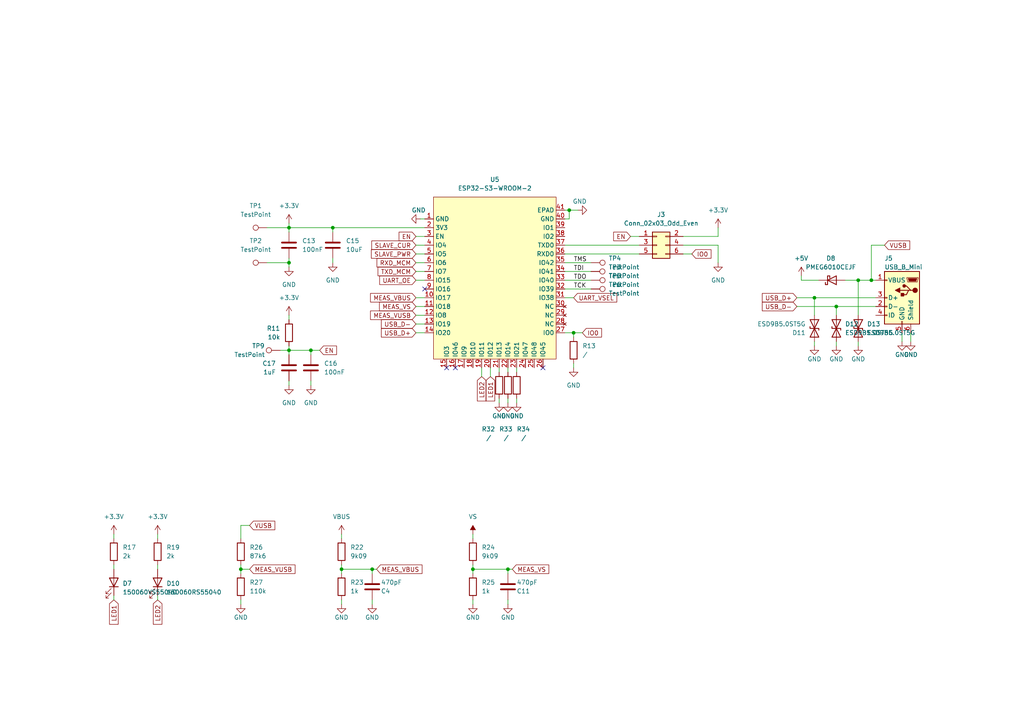
<source format=kicad_sch>
(kicad_sch (version 20250114) (generator "eeschema") (generator_version "9.0")
  (paper "A4")
  (lib_symbols
    (symbol "Connector:TestPoint" (pin_numbers (hide yes)) (pin_names (offset 0.762) (hide yes))
      (property "Reference" "TP" (at 0 6.858 0))
      (property "Value" "TestPoint" (at 0 5.08 0))
      (symbol "TestPoint_0_1"
        (circle (center 0 3.302) (radius 0.762))
      )
      (symbol "TestPoint_1_1"
        (pin passive line (at 0 0 90) (length 2.54) (name "1") (number "1"))
      )
    )
    (symbol "Connector:USB_B_Mini" (pin_names (offset 1.016))
      (property "Reference" "J" (at -5.08 11.43 0))
      (property "Value" "USB_B_Mini" (at -5.08 8.89 0))
      (symbol "USB_B_Mini_0_1"
        (rectangle (start -5.08 -7.62) (end 5.08 7.62) (stroke (width 0.254)) (fill (type background)))
        (polyline (pts (xy -4.699 5.842) (xy -4.699 5.588) (xy -4.445 4.826) (xy -4.445 4.572) (xy -1.651 4.572) (xy -1.651 4.826) (xy -1.397 5.588) (xy -1.397 5.842) (xy -4.699 5.842)))
        (polyline (pts (xy -4.318 5.588) (xy -1.778 5.588) (xy -2.032 4.826) (xy -4.064 4.826) (xy -4.318 5.588)) (fill (type outline)))
        (circle (center -3.81 2.159) (radius 0.635) (stroke (width 0.254)) (fill (type outline)))
        (polyline (pts (xy -3.175 2.159) (xy -2.54 2.159) (xy -1.27 3.429) (xy -0.635 3.429)) (stroke (width 0.254)))
        (polyline (pts (xy -2.54 2.159) (xy -1.905 2.159) (xy -1.27 0.889) (xy 0 0.889)) (stroke (width 0.254)))
        (polyline (pts (xy -1.905 2.159) (xy 0.635 2.159)) (stroke (width 0.254)))
        (circle (center -0.635 3.429) (radius 0.381) (stroke (width 0.254)) (fill (type outline)))
        (rectangle (start -0.127 -7.62) (end 0.127 -6.858))
        (rectangle (start 0.254 1.27) (end -0.508 0.508) (stroke (width 0.254)) (fill (type outline)))
        (polyline (pts (xy 0.635 2.794) (xy 0.635 1.524) (xy 1.905 2.159) (xy 0.635 2.794)) (stroke (width 0.254)) (fill (type outline)))
        (rectangle (start 5.08 4.953) (end 4.318 5.207))
        (rectangle (start 5.08 -0.127) (end 4.318 0.127))
        (rectangle (start 5.08 -2.667) (end 4.318 -2.413))
        (rectangle (start 5.08 -5.207) (end 4.318 -4.953))
      )
      (symbol "USB_B_Mini_1_1"
        (pin passive line (at -2.54 -10.16 90) (length 2.54) (name "Shield") (number "6"))
        (pin power_out line (at 0 -10.16 90) (length 2.54) (name "GND") (number "5"))
        (pin power_out line (at 7.62 5.08 180) (length 2.54) (name "VBUS") (number "1"))
        (pin bidirectional line (at 7.62 0 180) (length 2.54) (name "D+") (number "3"))
        (pin bidirectional line (at 7.62 -2.54 180) (length 2.54) (name "D-") (number "2"))
        (pin passive line (at 7.62 -5.08 180) (length 2.54) (name "ID") (number "4"))
      )
    )
    (symbol "Connector_Generic:Conn_02x03_Odd_Even" (pin_names (offset 1.016) (hide yes))
      (property "Reference" "J" (at 1.27 5.08 0))
      (property "Value" "Conn_02x03_Odd_Even" (at 1.27 -5.08 0))
      (symbol "Conn_02x03_Odd_Even_1_1"
        (rectangle (start -1.27 3.81) (end 3.81 -3.81) (stroke (width 0.254)) (fill (type background)))
        (rectangle (start -1.27 2.667) (end 0 2.413) (stroke (width 0.1524)))
        (rectangle (start -1.27 0.127) (end 0 -0.127) (stroke (width 0.1524)))
        (rectangle (start -1.27 -2.413) (end 0 -2.667) (stroke (width 0.1524)))
        (rectangle (start 3.81 2.667) (end 2.54 2.413) (stroke (width 0.1524)))
        (rectangle (start 3.81 0.127) (end 2.54 -0.127) (stroke (width 0.1524)))
        (rectangle (start 3.81 -2.413) (end 2.54 -2.667) (stroke (width 0.1524)))
        (pin passive line (at -5.08 2.54 0) (length 3.81) (name "Pin_1") (number "1"))
        (pin passive line (at -5.08 0 0) (length 3.81) (name "Pin_3") (number "3"))
        (pin passive line (at -5.08 -2.54 0) (length 3.81) (name "Pin_5") (number "5"))
        (pin passive line (at 7.62 2.54 180) (length 3.81) (name "Pin_2") (number "2"))
        (pin passive line (at 7.62 0 180) (length 3.81) (name "Pin_4") (number "4"))
        (pin passive line (at 7.62 -2.54 180) (length 3.81) (name "Pin_6") (number "6"))
      )
    )
    (symbol "Device:C" (pin_numbers (hide yes)) (pin_names (offset 0.254))
      (property "Reference" "C" (at 0.635 2.54 0))
      (property "Value" "C" (at 0.635 -2.54 0))
      (symbol "C_0_1"
        (polyline (pts (xy -2.032 0.762) (xy 2.032 0.762)) (stroke (width 0.508)))
        (polyline (pts (xy -2.032 -0.762) (xy 2.032 -0.762)) (stroke (width 0.508)))
      )
      (symbol "C_1_1"
        (pin passive line (at 0 3.81 270) (length 2.794) (name "~") (number "1"))
        (pin passive line (at 0 -3.81 90) (length 2.794) (name "~") (number "2"))
      )
    )
    (symbol "Device:D_Schottky" (pin_numbers (hide yes)) (pin_names (offset 1.016) (hide yes))
      (property "Reference" "D" (at 0 2.54 0))
      (property "Value" "D_Schottky" (at 0 -2.54 0))
      (symbol "D_Schottky_0_1"
        (polyline (pts (xy -1.905 0.635) (xy -1.905 1.27) (xy -1.27 1.27) (xy -1.27 -1.27) (xy -0.635 -1.27) (xy -0.635 -0.635)) (stroke (width 0.254)))
        (polyline (pts (xy 1.27 1.27) (xy 1.27 -1.27) (xy -1.27 0) (xy 1.27 1.27)) (stroke (width 0.254)))
        (polyline (pts (xy 1.27 0) (xy -1.27 0)))
      )
      (symbol "D_Schottky_1_1"
        (pin passive line (at -3.81 0 0) (length 2.54) (name "K") (number "1"))
        (pin passive line (at 3.81 0 180) (length 2.54) (name "A") (number "2"))
      )
    )
    (symbol "Device:D_TVS" (pin_numbers (hide yes)) (pin_names (offset 1.016) (hide yes))
      (property "Reference" "D" (at 0 2.54 0))
      (property "Value" "D_TVS" (at 0 -2.54 0))
      (symbol "D_TVS_0_1"
        (polyline (pts (xy -2.54 1.27) (xy -2.54 -1.27) (xy 2.54 1.27) (xy 2.54 -1.27) (xy -2.54 1.27)) (stroke (width 0.254)))
        (polyline (pts (xy 0.508 1.27) (xy 0 1.27) (xy 0 -1.27) (xy -0.508 -1.27)) (stroke (width 0.254)))
        (polyline (pts (xy 1.27 0) (xy -1.27 0)))
      )
      (symbol "D_TVS_1_1"
        (pin passive line (at -3.81 0 0) (length 2.54) (name "A1") (number "1"))
        (pin passive line (at 3.81 0 180) (length 2.54) (name "A2") (number "2"))
      )
    )
    (symbol "Device:LED" (pin_numbers (hide yes)) (pin_names (offset 1.016) (hide yes))
      (property "Reference" "D" (at 0 2.54 0))
      (property "Value" "LED" (at 0 -2.54 0))
      (symbol "LED_0_1"
        (polyline (pts (xy -3.048 -0.762) (xy -4.572 -2.286) (xy -3.81 -2.286) (xy -4.572 -2.286) (xy -4.572 -1.524)))
        (polyline (pts (xy -1.778 -0.762) (xy -3.302 -2.286) (xy -2.54 -2.286) (xy -3.302 -2.286) (xy -3.302 -1.524)))
        (polyline (pts (xy -1.27 0) (xy 1.27 0)))
        (polyline (pts (xy -1.27 -1.27) (xy -1.27 1.27)) (stroke (width 0.254)))
        (polyline (pts (xy 1.27 -1.27) (xy 1.27 1.27) (xy -1.27 0) (xy 1.27 -1.27)) (stroke (width 0.254)))
      )
      (symbol "LED_1_1"
        (pin passive line (at -3.81 0 0) (length 2.54) (name "K") (number "1"))
        (pin passive line (at 3.81 0 180) (length 2.54) (name "A") (number "2"))
      )
    )
    (symbol "Device:R" (pin_numbers (hide yes)) (pin_names (offset 0))
      (property "Reference" "R" (at 2.032 0 90))
      (property "Value" "R" (at 0 0 90))
      (symbol "R_0_1"
        (rectangle (start -1.016 -2.54) (end 1.016 2.54) (stroke (width 0.254)))
      )
      (symbol "R_1_1"
        (pin passive line (at 0 3.81 270) (length 1.27) (name "~") (number "1"))
        (pin passive line (at 0 -3.81 90) (length 1.27) (name "~") (number "2"))
      )
    )
    (symbol "Melexis:ESP32-S3-WROOM-2"
      (property "Reference" "U" (at -16.51 26.67 0))
      (property "Value" "ESP32-S3-WROOM-2" (at -6.35 24.13 0))
      (symbol "ESP32-S3-WROOM-2_0_1"
        (rectangle (start -17.78 22.86) (end 17.78 -24.13) (fill (type background)))
      )
      (symbol "ESP32-S3-WROOM-2_1_1"
        (pin power_in line (at -20.32 16.51 0) (length 2.54) (name "GND") (number "1"))
        (pin power_in line (at -20.32 13.97 0) (length 2.54) (name "3V3") (number "2"))
        (pin input line (at -20.32 11.43 0) (length 2.54) (name "EN") (number "3"))
        (pin bidirectional line (at -20.32 8.89 0) (length 2.54) (name "IO4") (number "4"))
        (pin bidirectional line (at -20.32 6.35 0) (length 2.54) (name "IO5") (number "5"))
        (pin bidirectional line (at -20.32 3.81 0) (length 2.54) (name "IO6") (number "6"))
        (pin bidirectional line (at -20.32 1.27 0) (length 2.54) (name "IO7") (number "7"))
        (pin bidirectional line (at -20.32 -1.27 0) (length 2.54) (name "IO15") (number "8"))
        (pin bidirectional line (at -20.32 -3.81 0) (length 2.54) (name "IO16") (number "9"))
        (pin bidirectional line (at -20.32 -6.35 0) (length 2.54) (name "IO17") (number "10"))
        (pin bidirectional line (at -20.32 -8.89 0) (length 2.54) (name "IO18") (number "11"))
        (pin bidirectional line (at -20.32 -11.43 0) (length 2.54) (name "IO8") (number "12"))
        (pin bidirectional line (at -20.32 -13.97 0) (length 2.54) (name "IO19") (number "13"))
        (pin bidirectional line (at -20.32 -16.51 0) (length 2.54) (name "IO20") (number "14"))
        (pin bidirectional line (at -13.97 -26.67 90) (length 2.54) (name "IO3") (number "15"))
        (pin bidirectional line (at -11.43 -26.67 90) (length 2.54) (name "IO46") (number "16"))
        (pin bidirectional line (at -8.89 -26.67 90) (length 2.54) (name "IO9") (number "17"))
        (pin bidirectional line (at -6.35 -26.67 90) (length 2.54) (name "IO10") (number "18"))
        (pin bidirectional line (at -3.81 -26.67 90) (length 2.54) (name "IO11") (number "19"))
        (pin bidirectional line (at -1.27 -26.67 90) (length 2.54) (name "IO12") (number "20"))
        (pin bidirectional line (at 1.27 -26.67 90) (length 2.54) (name "IO13") (number "21"))
        (pin bidirectional line (at 3.81 -26.67 90) (length 2.54) (name "IO14") (number "22"))
        (pin bidirectional line (at 6.35 -26.67 90) (length 2.54) (name "IO21") (number "23"))
        (pin bidirectional line (at 8.89 -26.67 90) (length 2.54) (name "IO47") (number "24"))
        (pin bidirectional line (at 11.43 -26.67 90) (length 2.54) (name "IO48") (number "25"))
        (pin bidirectional line (at 13.97 -26.67 90) (length 2.54) (name "IO45") (number "26"))
        (pin power_in line (at 20.32 19.05 180) (length 2.54) (name "EPAD") (number "41"))
        (pin power_in line (at 20.32 16.51 180) (length 2.54) (name "GND") (number "40"))
        (pin bidirectional line (at 20.32 13.97 180) (length 2.54) (name "IO1") (number "39"))
        (pin bidirectional line (at 20.32 11.43 180) (length 2.54) (name "IO2") (number "38"))
        (pin output line (at 20.32 8.89 180) (length 2.54) (name "TXD0") (number "37"))
        (pin input line (at 20.32 6.35 180) (length 2.54) (name "RXD0") (number "36"))
        (pin bidirectional line (at 20.32 3.81 180) (length 2.54) (name "IO42") (number "35"))
        (pin bidirectional line (at 20.32 1.27 180) (length 2.54) (name "IO41") (number "34"))
        (pin bidirectional line (at 20.32 -1.27 180) (length 2.54) (name "IO40") (number "33"))
        (pin bidirectional line (at 20.32 -3.81 180) (length 2.54) (name "IO39") (number "32"))
        (pin bidirectional line (at 20.32 -6.35 180) (length 2.54) (name "IO38") (number "31"))
        (pin no_connect line (at 20.32 -8.89 180) (length 2.54) (name "NC") (number "30"))
        (pin no_connect line (at 20.32 -11.43 180) (length 2.54) (name "NC") (number "29"))
        (pin no_connect line (at 20.32 -13.97 180) (length 2.54) (name "NC") (number "28"))
        (pin bidirectional line (at 20.32 -16.51 180) (length 2.54) (name "IO0") (number "27"))
      )
    )
    (symbol "power:+3.3V" (power) (pin_names (offset 0))
      (property "Value" "+3.3V" (at 0 3.556 0))
      (symbol "+3.3V_0_1"
        (polyline (pts (xy -0.762 1.27) (xy 0 2.54)))
        (polyline (pts (xy 0 2.54) (xy 0.762 1.27)))
        (polyline (pts (xy 0 0) (xy 0 2.54)))
      )
      (symbol "+3.3V_1_1"
        (pin power_in line (at 0 0 90) (length 0) (hide yes) (name "+3.3V") (number "1"))
      )
    )
    (symbol "power:+5V" (power) (pin_names (offset 0))
      (property "Value" "+5V" (at 0 3.556 0))
      (symbol "+5V_0_1"
        (polyline (pts (xy -0.762 1.27) (xy 0 2.54)))
        (polyline (pts (xy 0 2.54) (xy 0.762 1.27)))
        (polyline (pts (xy 0 0) (xy 0 2.54)))
      )
      (symbol "+5V_1_1"
        (pin power_in line (at 0 0 90) (length 0) (hide yes) (name "+5V") (number "1"))
      )
    )
    (symbol "power:GND" (power) (pin_names (offset 0))
      (property "Value" "GND" (at 0 -3.81 0))
      (symbol "GND_0_1"
        (polyline (pts (xy 0 0) (xy 0 -1.27) (xy 1.27 -1.27) (xy 0 -2.54) (xy -1.27 -1.27) (xy 0 -1.27)))
      )
      (symbol "GND_1_1"
        (pin power_in line (at 0 0 270) (length 0) (hide yes) (name "GND") (number "1"))
      )
    )
    (symbol "power:VBUS" (power) (pin_names (offset 0))
      (property "Value" "VBUS" (at 0 3.81 0))
      (symbol "VBUS_0_1"
        (polyline (pts (xy -0.762 1.27) (xy 0 2.54)))
        (polyline (pts (xy 0 2.54) (xy 0.762 1.27)))
        (polyline (pts (xy 0 0) (xy 0 2.54)))
      )
      (symbol "VBUS_1_1"
        (pin power_in line (at 0 0 90) (length 0) (hide yes) (name "VBUS") (number "1"))
      )
    )
    (symbol "power:VS" (power) (pin_names (offset 0))
      (property "Value" "VS" (at 0 3.81 0))
      (symbol "VS_0_1"
        (polyline (pts (xy 0 0) (xy 0 2.54)))
        (polyline (pts (xy 0.762 1.27) (xy -0.762 1.27) (xy 0 2.54) (xy 0.762 1.27)) (fill (type outline)))
      )
      (symbol "VS_1_1"
        (pin power_in line (at 0 0 90) (length 0) (hide yes) (name "VS") (number "1"))
      )
    )
  )
  (junction (at 165.1 60.96))
  (junction (at 69.85 165.1))
  (junction (at 83.82 101.6))
  (junction (at 166.37 96.52))
  (junction (at 147.32 165.1))
  (junction (at 99.06 165.1))
  (junction (at 242.57 88.9))
  (junction (at 90.17 101.6))
  (junction (at 137.16 165.1))
  (junction (at 83.82 76.2))
  (junction (at 96.52 66.04))
  (junction (at 236.22 86.36))
  (junction (at 252.73 81.28))
  (junction (at 83.82 66.04))
  (junction (at 248.92 81.28))
  (junction (at 107.95 165.1))
  (no_connect (at 157.48 106.68))
  (no_connect (at 132.08 106.68))
  (no_connect (at 123.19 83.82))
  (no_connect (at 129.54 106.68))
  (wire (pts (xy 99.06 165.1) (xy 107.95 165.1)))
  (wire (pts (xy 121.92 63.5) (xy 123.19 63.5)))
  (wire (pts (xy 120.65 93.98) (xy 123.19 93.98)))
  (wire (pts (xy 163.83 86.36) (xy 166.37 86.36)))
  (wire (pts (xy 149.86 106.68) (xy 149.86 107.95)))
  (wire (pts (xy 261.62 96.52) (xy 261.62 99.06)))
  (wire (pts (xy 77.47 66.04) (xy 83.82 66.04)))
  (wire (pts (xy 83.82 110.49) (xy 83.82 111.76)))
  (wire (pts (xy 147.32 173.99) (xy 147.32 175.26)))
  (wire (pts (xy 99.06 154.94) (xy 99.06 156.21)))
  (wire (pts (xy 208.28 71.12) (xy 208.28 76.2)))
  (wire (pts (xy 69.85 165.1) (xy 72.39 165.1)))
  (wire (pts (xy 252.73 71.12) (xy 252.73 81.28)))
  (wire (pts (xy 33.02 154.94) (xy 33.02 156.21)))
  (wire (pts (xy 120.65 78.74) (xy 123.19 78.74)))
  (wire (pts (xy 147.32 165.1) (xy 148.59 165.1)))
  (wire (pts (xy 236.22 86.36) (xy 254 86.36)))
  (wire (pts (xy 69.85 152.4) (xy 69.85 156.21)))
  (wire (pts (xy 163.83 73.66) (xy 185.42 73.66)))
  (wire (pts (xy 99.06 173.99) (xy 99.06 175.26)))
  (wire (pts (xy 33.02 172.72) (xy 33.02 173.99)))
  (wire (pts (xy 120.65 71.12) (xy 123.19 71.12)))
  (wire (pts (xy 163.83 81.28) (xy 171.45 81.28)))
  (wire (pts (xy 149.86 115.57) (xy 149.86 116.84)))
  (wire (pts (xy 83.82 74.93) (xy 83.82 76.2)))
  (wire (pts (xy 120.65 76.2) (xy 123.19 76.2)))
  (wire (pts (xy 120.65 73.66) (xy 123.19 73.66)))
  (wire (pts (xy 231.14 86.36) (xy 236.22 86.36)))
  (wire (pts (xy 144.78 106.68) (xy 144.78 107.95)))
  (wire (pts (xy 163.83 71.12) (xy 185.42 71.12)))
  (wire (pts (xy 77.47 76.2) (xy 83.82 76.2)))
  (wire (pts (xy 99.06 165.1) (xy 99.06 166.37)))
  (wire (pts (xy 120.65 91.44) (xy 123.19 91.44)))
  (wire (pts (xy 163.83 83.82) (xy 171.45 83.82)))
  (wire (pts (xy 120.65 81.28) (xy 123.19 81.28)))
  (wire (pts (xy 208.28 66.04) (xy 208.28 68.58)))
  (wire (pts (xy 165.1 63.5) (xy 165.1 60.96)))
  (wire (pts (xy 96.52 66.04) (xy 83.82 66.04)))
  (wire (pts (xy 137.16 154.94) (xy 137.16 156.21)))
  (wire (pts (xy 120.65 68.58) (xy 123.19 68.58)))
  (wire (pts (xy 120.65 96.52) (xy 123.19 96.52)))
  (wire (pts (xy 232.41 80.01) (xy 232.41 81.28)))
  (wire (pts (xy 236.22 99.06) (xy 236.22 100.33)))
  (wire (pts (xy 83.82 91.44) (xy 83.82 92.71)))
  (wire (pts (xy 147.32 115.57) (xy 147.32 116.84)))
  (wire (pts (xy 166.37 96.52) (xy 166.37 97.79)))
  (wire (pts (xy 163.83 63.5) (xy 165.1 63.5)))
  (wire (pts (xy 83.82 101.6) (xy 90.17 101.6)))
  (wire (pts (xy 69.85 165.1) (xy 69.85 166.37)))
  (wire (pts (xy 139.7 106.68) (xy 139.7 109.22)))
  (wire (pts (xy 45.72 163.83) (xy 45.72 165.1)))
  (wire (pts (xy 248.92 99.06) (xy 248.92 100.33)))
  (wire (pts (xy 163.83 60.96) (xy 165.1 60.96)))
  (wire (pts (xy 83.82 76.2) (xy 83.82 77.47)))
  (wire (pts (xy 248.92 81.28) (xy 252.73 81.28)))
  (wire (pts (xy 165.1 60.96) (xy 167.64 60.96)))
  (wire (pts (xy 99.06 163.83) (xy 99.06 165.1)))
  (wire (pts (xy 137.16 165.1) (xy 137.16 166.37)))
  (wire (pts (xy 96.52 74.93) (xy 96.52 76.2)))
  (wire (pts (xy 69.85 163.83) (xy 69.85 165.1)))
  (wire (pts (xy 92.71 101.6) (xy 90.17 101.6)))
  (wire (pts (xy 83.82 67.31) (xy 83.82 66.04)))
  (wire (pts (xy 45.72 154.94) (xy 45.72 156.21)))
  (wire (pts (xy 198.12 71.12) (xy 208.28 71.12)))
  (wire (pts (xy 142.24 106.68) (xy 142.24 109.22)))
  (wire (pts (xy 232.41 81.28) (xy 237.49 81.28)))
  (wire (pts (xy 107.95 165.1) (xy 109.22 165.1)))
  (wire (pts (xy 242.57 99.06) (xy 242.57 100.33)))
  (wire (pts (xy 182.88 68.58) (xy 185.42 68.58)))
  (wire (pts (xy 254 81.28) (xy 252.73 81.28)))
  (wire (pts (xy 72.39 152.4) (xy 69.85 152.4)))
  (wire (pts (xy 90.17 101.6) (xy 90.17 102.87)))
  (wire (pts (xy 166.37 105.41) (xy 166.37 106.68)))
  (wire (pts (xy 137.16 173.99) (xy 137.16 175.26)))
  (wire (pts (xy 208.28 68.58) (xy 198.12 68.58)))
  (wire (pts (xy 198.12 73.66) (xy 200.66 73.66)))
  (wire (pts (xy 256.54 71.12) (xy 252.73 71.12)))
  (wire (pts (xy 107.95 173.99) (xy 107.95 175.26)))
  (wire (pts (xy 231.14 88.9) (xy 242.57 88.9)))
  (wire (pts (xy 107.95 165.1) (xy 107.95 166.37)))
  (wire (pts (xy 90.17 110.49) (xy 90.17 111.76)))
  (wire (pts (xy 96.52 67.31) (xy 96.52 66.04)))
  (wire (pts (xy 245.11 81.28) (xy 248.92 81.28)))
  (wire (pts (xy 236.22 86.36) (xy 236.22 91.44)))
  (wire (pts (xy 69.85 173.99) (xy 69.85 175.26)))
  (wire (pts (xy 163.83 76.2) (xy 171.45 76.2)))
  (wire (pts (xy 147.32 106.68) (xy 147.32 107.95)))
  (wire (pts (xy 83.82 100.33) (xy 83.82 101.6)))
  (wire (pts (xy 120.65 88.9) (xy 123.19 88.9)))
  (wire (pts (xy 81.28 101.6) (xy 83.82 101.6)))
  (wire (pts (xy 163.83 78.74) (xy 171.4205 78.74)))
  (wire (pts (xy 242.57 88.9) (xy 242.57 91.44)))
  (wire (pts (xy 144.78 115.57) (xy 144.78 116.84)))
  (wire (pts (xy 163.83 96.52) (xy 166.37 96.52)))
  (wire (pts (xy 147.32 165.1) (xy 147.32 166.37)))
  (wire (pts (xy 137.16 163.83) (xy 137.16 165.1)))
  (wire (pts (xy 242.57 88.9) (xy 254 88.9)))
  (wire (pts (xy 166.37 96.52) (xy 168.91 96.52)))
  (wire (pts (xy 96.52 66.04) (xy 123.19 66.04)))
  (wire (pts (xy 137.16 165.1) (xy 147.32 165.1)))
  (wire (pts (xy 264.16 96.52) (xy 264.16 99.06)))
  (wire (pts (xy 83.82 64.77) (xy 83.82 66.04)))
  (wire (pts (xy 45.72 172.72) (xy 45.72 173.99)))
  (wire (pts (xy 120.65 86.36) (xy 123.19 86.36)))
  (wire (pts (xy 83.82 101.6) (xy 83.82 102.87)))
  (wire (pts (xy 33.02 163.83) (xy 33.02 165.1)))
  (wire (pts (xy 248.92 81.28) (xy 248.92 91.44)))
  (label "TCK" (at 166.37 83.82 0))
  (label "TDI" (at 166.37 78.74 0))
  (label "TDO" (at 166.37 81.28 0))
  (label "TMS" (at 166.37 76.2 0))
  (global_label "UART_VSEL" (shape input) (at 166.37 86.36 0) (property "Intersheetrefs" "${INTERSHEET_REFS}" (effects (hide yes))))
  (global_label "RXD_MCM" (shape input) (at 120.65 76.2 180) (property "Intersheetrefs" "${INTERSHEET_REFS}" (effects (hide yes))))
  (global_label "MEAS_VUSB" (shape input) (at 120.65 91.44 180) (property "Intersheetrefs" "${INTERSHEET_REFS}" (effects (hide yes))))
  (global_label "UART_OE" (shape input) (at 120.65 81.28 180) (property "Intersheetrefs" "${INTERSHEET_REFS}" (effects (hide yes))))
  (global_label "EN" (shape input) (at 182.88 68.58 180) (property "Intersheetrefs" "${INTERSHEET_REFS}" (effects (hide yes))))
  (global_label "IO0" (shape input) (at 200.66 73.66 0) (property "Intersheetrefs" "${INTERSHEET_REFS}" (effects (hide yes))))
  (global_label "MEAS_VBUS" (shape input) (at 109.22 165.1 0) (property "Intersheetrefs" "${INTERSHEET_REFS}" (effects (hide yes))))
  (global_label "USB_D-" (shape input) (at 231.14 88.9 180) (property "Intersheetrefs" "${INTERSHEET_REFS}" (effects (hide yes))))
  (global_label "LED1" (shape input) (at 142.24 109.22 270) (property "Intersheetrefs" "${INTERSHEET_REFS}" (effects (hide yes))))
  (global_label "VUSB" (shape input) (at 72.39 152.4 0) (property "Intersheetrefs" "${INTERSHEET_REFS}" (effects (hide yes))))
  (global_label "SLAVE_PWR" (shape input) (at 120.65 73.66 180) (property "Intersheetrefs" "${INTERSHEET_REFS}" (effects (hide yes))))
  (global_label "MEAS_VBUS" (shape input) (at 120.65 86.36 180) (property "Intersheetrefs" "${INTERSHEET_REFS}" (effects (hide yes))))
  (global_label "IO0" (shape input) (at 168.91 96.52 0) (property "Intersheetrefs" "${INTERSHEET_REFS}" (effects (hide yes))))
  (global_label "MEAS_VUSB" (shape input) (at 72.39 165.1 0) (property "Intersheetrefs" "${INTERSHEET_REFS}" (effects (hide yes))))
  (global_label "EN" (shape input) (at 120.65 68.58 180) (property "Intersheetrefs" "${INTERSHEET_REFS}" (effects (hide yes))))
  (global_label "MEAS_VS" (shape input) (at 120.65 88.9 180) (property "Intersheetrefs" "${INTERSHEET_REFS}" (effects (hide yes))))
  (global_label "LED1" (shape input) (at 33.02 173.99 270) (property "Intersheetrefs" "${INTERSHEET_REFS}" (effects (hide yes))))
  (global_label "LED2" (shape input) (at 139.7 109.22 270) (property "Intersheetrefs" "${INTERSHEET_REFS}" (effects (hide yes))))
  (global_label "USB_D+" (shape input) (at 231.14 86.36 180) (property "Intersheetrefs" "${INTERSHEET_REFS}" (effects (hide yes))))
  (global_label "MEAS_VS" (shape input) (at 148.59 165.1 0) (property "Intersheetrefs" "${INTERSHEET_REFS}" (effects (hide yes))))
  (global_label "TXD_MCM" (shape input) (at 120.65 78.74 180) (property "Intersheetrefs" "${INTERSHEET_REFS}" (effects (hide yes))))
  (global_label "USB_D+" (shape input) (at 120.65 96.52 180) (property "Intersheetrefs" "${INTERSHEET_REFS}" (effects (hide yes))))
  (global_label "SLAVE_CUR" (shape input) (at 120.65 71.12 180) (property "Intersheetrefs" "${INTERSHEET_REFS}" (effects (hide yes))))
  (global_label "EN" (shape input) (at 92.71 101.6 0) (property "Intersheetrefs" "${INTERSHEET_REFS}" (effects (hide yes))))
  (global_label "USB_D-" (shape input) (at 120.65 93.98 180) (property "Intersheetrefs" "${INTERSHEET_REFS}" (effects (hide yes))))
  (global_label "VUSB" (shape input) (at 256.54 71.12 0) (property "Intersheetrefs" "${INTERSHEET_REFS}" (effects (hide yes))))
  (global_label "LED2" (shape input) (at 45.72 173.99 270) (property "Intersheetrefs" "${INTERSHEET_REFS}" (effects (hide yes))))
  (symbol (lib_id "power:GND") (at 147.32 116.84 0) (unit 1)
    (property "Reference" "#PWR0156" (effects (hide yes)))
    (property "Value" "GND" (at 147.32 120.65 0))
  )
  (symbol (lib_id "power:GND") (at 242.57 100.33 0) (mirror y) (unit 1)
    (property "Reference" "#PWR0130" (effects (hide yes)))
    (property "Value" "GND" (at 242.57 104.14 0))
  )
  (symbol (lib_id "power:GND") (at 261.62 99.06 0) (mirror y) (unit 1)
    (property "Reference" "#PWR0133" (effects (hide yes)))
    (property "Value" "GND" (at 261.62 102.87 0))
  )
  (symbol (lib_id "Connector_Generic:Conn_02x03_Odd_Even") (at 190.5 71.12 0) (unit 1)
    (property "Reference" "J3" (at 191.77 62.23 0))
    (property "Value" "Conn_02x03_Odd_Even" (at 191.77 64.77 0))
    (property "Footprint" "Connector_PinHeader_2.00mm:PinHeader_1x06_P2.00mm_Vertical" (effects (hide yes)))
  )
  (symbol (lib_id "power:GND") (at 83.82 77.47 0) (unit 1)
    (property "Reference" "#PWR0140" (effects (hide yes)))
    (property "Value" "GND" (at 83.82 82.55 0))
  )
  (symbol (lib_id "Device:R") (at 69.85 170.18 0) (unit 1)
    (property "Reference" "R27" (at 72.39 168.9099 0) (effects (justify left)))
    (property "Value" "110k" (at 72.39 171.4499 0) (effects (justify left)))
    (property "Footprint" "Resistor_SMD:R_0402_1005Metric" (effects (hide yes)))
  )
  (symbol (lib_id "Device:LED") (at 33.02 168.91 270) (mirror x) (unit 1)
    (property "Reference" "D7" (at 35.56 169.2274 90) (effects (justify left)))
    (property "Value" "150060VS55040" (at 35.56 171.7674 90) (effects (justify left)))
    (property "Footprint" "LED_SMD:LED_0603_1608Metric" (effects (hide yes)))
  )
  (symbol (lib_id "power:GND") (at 166.37 106.68 0) (unit 1)
    (property "Reference" "#PWR0154" (effects (hide yes)))
    (property "Value" "GND" (at 166.37 111.76 0))
  )
  (symbol (lib_id "Connector:TestPoint") (at 171.45 83.82 270) (unit 1)
    (property "Reference" "TP6" (at 176.53 82.5499 90) (effects (justify left)))
    (property "Value" "TestPoint" (at 176.53 85.0899 90) (effects (justify left)))
    (property "Footprint" "TestPoint:TestPoint_Pad_D1.0mm" (effects (hide yes)))
  )
  (symbol (lib_id "Device:LED") (at 45.72 168.91 270) (mirror x) (unit 1)
    (property "Reference" "D10" (at 48.26 169.2274 90) (effects (justify left)))
    (property "Value" "150060RS55040" (at 48.26 171.7674 90) (effects (justify left)))
    (property "Footprint" "LED_SMD:LED_0603_1608Metric" (effects (hide yes)))
  )
  (symbol (lib_id "power:GND") (at 264.16 99.06 0) (mirror y) (unit 1)
    (property "Reference" "#PWR0134" (effects (hide yes)))
    (property "Value" "GND" (at 264.16 102.87 0))
  )
  (symbol (lib_id "Connector:TestPoint") (at 171.4205 78.74 270) (unit 1)
    (property "Reference" "TP3" (at 176.5005 77.4699 90) (effects (justify left)))
    (property "Value" "TestPoint" (at 176.5005 80.0099 90) (effects (justify left)))
    (property "Footprint" "TestPoint:TestPoint_Pad_D1.0mm" (effects (hide yes)))
  )
  (symbol (lib_id "power:+3.3V") (at 33.02 154.94 0) (unit 1)
    (property "Reference" "#PWR0139" (effects (hide yes)))
    (property "Value" "+3.3V" (at 33.02 149.86 0))
  )
  (symbol (lib_id "Device:D_TVS") (at 242.57 95.25 270) (unit 1)
    (property "Reference" "D12" (at 245.11 93.9799 90) (effects (justify left)))
    (property "Value" "ESD9B5.0ST5G" (at 245.11 96.5199 90) (effects (justify left)))
    (property "Footprint" "Diode_SMD:D_SOD-923" (effects (hide yes)))
  )
  (symbol (lib_id "Device:R") (at 45.72 160.02 180) (unit 1)
    (property "Reference" "R19" (at 48.26 158.7499 0) (effects (justify right)))
    (property "Value" "2k" (at 48.26 161.2899 0) (effects (justify right)))
    (property "Footprint" "Resistor_SMD:R_0603_1608Metric" (effects (hide yes)))
  )
  (symbol (lib_id "power:+3.3V") (at 208.28 66.04 0) (mirror y) (unit 1)
    (property "Reference" "#PWR0135" (effects (hide yes)))
    (property "Value" "+3.3V" (at 208.28 60.96 0))
  )
  (symbol (lib_id "power:VBUS") (at 99.06 154.94 0) (unit 1)
    (property "Reference" "#PWR0146" (effects (hide yes)))
    (property "Value" "VBUS" (at 99.06 149.86 0))
  )
  (symbol (lib_id "Connector:TestPoint") (at 171.45 76.2 270) (unit 1)
    (property "Reference" "TP4" (at 176.53 74.9299 90) (effects (justify left)))
    (property "Value" "TestPoint" (at 176.53 77.4699 90) (effects (justify left)))
    (property "Footprint" "TestPoint:TestPoint_Pad_D1.0mm" (effects (hide yes)))
  )
  (symbol (lib_id "power:GND") (at 107.95 175.26 0) (mirror y) (unit 1)
    (property "Reference" "#PWR0147" (effects (hide yes)))
    (property "Value" "GND" (at 107.95 179.07 0))
  )
  (symbol (lib_id "Device:C") (at 90.17 106.68 180) (unit 1)
    (property "Reference" "C16" (at 93.98 105.4099 0) (effects (justify right)))
    (property "Value" "100nF" (at 93.98 107.9499 0) (effects (justify right)))
    (property "Footprint" "Capacitor_SMD:C_0402_1005Metric" (effects (hide yes)))
  )
  (symbol (lib_id "power:GND") (at 90.17 111.76 0) (mirror y) (unit 1)
    (property "Reference" "#PWR0142" (effects (hide yes)))
    (property "Value" "GND" (at 90.17 116.84 0))
  )
  (symbol (lib_id "Connector:TestPoint") (at 77.47 66.04 90) (unit 1)
    (property "Reference" "TP1" (at 74.168 59.69 90))
    (property "Value" "TestPoint" (at 74.168 62.23 90))
    (property "Footprint" "TestPoint:TestPoint_Pad_D1.5mm" (effects (hide yes)))
  )
  (symbol (lib_id "power:GND") (at 208.28 76.2 0) (mirror y) (unit 1)
    (property "Reference" "#PWR0136" (effects (hide yes)))
    (property "Value" "GND" (at 208.28 81.28 0))
  )
  (symbol (lib_id "power:+3.3V") (at 83.82 64.77 0) (unit 1)
    (property "Reference" "#PWR0144" (effects (hide yes)))
    (property "Value" "+3.3V" (at 83.82 59.69 0))
  )
  (symbol (lib_id "power:GND") (at 69.85 175.26 0) (mirror y) (unit 1)
    (property "Reference" "#PWR0137" (effects (hide yes)))
    (property "Value" "GND" (at 69.85 179.07 0))
  )
  (symbol (lib_id "Device:R") (at 147.32 111.76 0) (unit 1)
    (property "Reference" "R33" (at 144.78 124.46 0) (effects (justify left)))
    (property "Value" "/" (at 146.05 127 0) (effects (justify left)))
    (property "Footprint" "Resistor_SMD:R_0402_1005Metric" (effects (hide yes)))
  )
  (symbol (lib_id "power:+3.3V") (at 45.72 154.94 0) (unit 1)
    (property "Reference" "#PWR0138" (effects (hide yes)))
    (property "Value" "+3.3V" (at 45.72 149.86 0))
  )
  (symbol (lib_id "Device:D_TVS") (at 248.92 95.25 270) (unit 1)
    (property "Reference" "D13" (at 251.46 93.9799 90) (effects (justify left)))
    (property "Value" "ESD9B5.0ST5G" (at 251.46 96.5199 90) (effects (justify left)))
    (property "Footprint" "Diode_SMD:D_SOD-923" (effects (hide yes)))
  )
  (symbol (lib_id "Device:D_Schottky") (at 241.3 81.28 0) (mirror x) (unit 1)
    (property "Reference" "D8" (at 240.9825 74.93 0))
    (property "Value" "PMEG6010CEJF" (at 240.9825 77.47 0))
    (property "Footprint" "Diode_SMD:D_SOD-323F" (effects (hide yes)))
  )
  (symbol (lib_id "Device:C") (at 83.82 106.68 0) (mirror y) (unit 1)
    (property "Reference" "C17" (at 80.01 105.4099 0) (effects (justify left)))
    (property "Value" "1uF" (at 80.01 107.9499 0) (effects (justify left)))
    (property "Footprint" "Capacitor_SMD:C_0402_1005Metric" (effects (hide yes)))
  )
  (symbol (lib_id "Device:R") (at 33.02 160.02 180) (unit 1)
    (property "Reference" "R17" (at 35.56 158.7499 0) (effects (justify right)))
    (property "Value" "2k" (at 35.56 161.2899 0) (effects (justify right)))
    (property "Footprint" "Resistor_SMD:R_0603_1608Metric" (effects (hide yes)))
  )
  (symbol (lib_id "Device:R") (at 69.85 160.02 0) (unit 1)
    (property "Reference" "R26" (at 72.39 158.7499 0) (effects (justify left)))
    (property "Value" "87k6" (at 72.39 161.2899 0) (effects (justify left)))
    (property "Footprint" "Resistor_SMD:R_0402_1005Metric" (effects (hide yes)))
  )
  (symbol (lib_id "Melexis:ESP32-S3-WROOM-2") (at 143.51 80.01 0) (unit 1)
    (property "Reference" "U5" (at 143.51 52.07 0))
    (property "Value" "ESP32-S3-WROOM-2" (at 143.51 54.61 0))
    (property "Footprint" "Melexis:ESP32-S3-WROOM-2" (effects (hide yes)))
  )
  (symbol (lib_id "Device:R") (at 137.16 170.18 0) (unit 1)
    (property "Reference" "R25" (at 139.7 168.9099 0) (effects (justify left)))
    (property "Value" "1k" (at 139.7 171.4499 0) (effects (justify left)))
    (property "Footprint" "Resistor_SMD:R_0402_1005Metric" (effects (hide yes)))
  )
  (symbol (lib_id "power:GND") (at 96.52 76.2 0) (unit 1)
    (property "Reference" "#PWR0151" (effects (hide yes)))
    (property "Value" "GND" (at 96.52 81.28 0))
  )
  (symbol (lib_id "Device:C") (at 83.82 71.12 0) (unit 1)
    (property "Reference" "C13" (at 87.63 69.8499 0) (effects (justify left)))
    (property "Value" "100nF" (at 87.63 72.3899 0) (effects (justify left)))
    (property "Footprint" "Capacitor_SMD:C_0402_1005Metric" (effects (hide yes)))
  )
  (symbol (lib_id "Device:D_TVS") (at 236.22 95.25 270) (unit 1)
    (property "Reference" "D11" (at 233.68 96.5201 90) (effects (justify right)))
    (property "Value" "ESD9B5.0ST5G" (at 233.68 93.9801 90) (effects (justify right)))
    (property "Footprint" "Diode_SMD:D_SOD-923" (effects (hide yes)))
  )
  (symbol (lib_id "Device:C") (at 107.95 170.18 0) (mirror x) (unit 1)
    (property "Reference" "C4" (at 110.49 171.45 0) (effects (justify left)))
    (property "Value" "470pF" (at 110.49 168.91 0) (effects (justify left)))
    (property "Footprint" "Capacitor_SMD:C_0402_1005Metric" (effects (hide yes)))
  )
  (symbol (lib_id "power:GND") (at 149.86 116.84 0) (unit 1)
    (property "Reference" "#PWR0155" (effects (hide yes)))
    (property "Value" "GND" (at 149.86 120.65 0))
  )
  (symbol (lib_id "power:GND") (at 248.92 100.33 0) (mirror y) (unit 1)
    (property "Reference" "#PWR01" (effects (hide yes)))
    (property "Value" "GND" (at 248.92 104.14 0))
  )
  (symbol (lib_id "power:GND") (at 121.92 63.5 270) (unit 1)
    (property "Reference" "#PWR0153" (effects (hide yes)))
    (property "Value" "GND" (at 119.38 60.96 90) (effects (justify left)))
  )
  (symbol (lib_id "power:GND") (at 99.06 175.26 0) (mirror y) (unit 1)
    (property "Reference" "#PWR0148" (effects (hide yes)))
    (property "Value" "GND" (at 99.06 179.07 0))
  )
  (symbol (lib_id "power:VS") (at 137.16 154.94 0) (unit 1)
    (property "Reference" "#PWR0149" (effects (hide yes)))
    (property "Value" "VS" (at 137.16 149.86 0))
  )
  (symbol (lib_id "Connector:TestPoint") (at 77.47 76.2 90) (unit 1)
    (property "Reference" "TP2" (at 74.168 69.85 90))
    (property "Value" "TestPoint" (at 74.168 72.39 90))
    (property "Footprint" "TestPoint:TestPoint_Pad_D1.5mm" (effects (hide yes)))
  )
  (symbol (lib_id "Connector:USB_B_Mini") (at 261.62 86.36 0) (mirror y) (unit 1)
    (property "Reference" "J5" (at 256.54 74.93 0) (effects (justify right)))
    (property "Value" "USB_B_Mini" (at 256.54 77.47 0) (effects (justify right)))
    (property "Footprint" "Connector_USB:USB_Mini-B_Wuerth_65100516121_Horizontal" (effects (hide yes)))
  )
  (symbol (lib_id "Connector:TestPoint") (at 81.28 101.6 90) (unit 1)
    (property "Reference" "TP9" (at 74.93 100.33 90))
    (property "Value" "TestPoint" (at 72.39 102.87 90))
    (property "Footprint" "TestPoint:TestPoint_Pad_D1.0mm" (effects (hide yes)))
  )
  (symbol (lib_id "Device:C") (at 96.52 71.12 0) (unit 1)
    (property "Reference" "C15" (at 100.33 69.8499 0) (effects (justify left)))
    (property "Value" "10uF" (at 100.33 72.3899 0) (effects (justify left)))
    (property "Footprint" "Capacitor_SMD:C_1206_3216Metric" (effects (hide yes)))
  )
  (symbol (lib_id "power:GND") (at 144.78 116.84 0) (unit 1)
    (property "Reference" "#PWR0157" (effects (hide yes)))
    (property "Value" "GND" (at 144.78 120.65 0))
  )
  (symbol (lib_id "Connector:TestPoint") (at 171.45 81.28 270) (unit 1)
    (property "Reference" "TP5" (at 176.53 80.0099 90) (effects (justify left)))
    (property "Value" "TestPoint" (at 176.53 82.5499 90) (effects (justify left)))
    (property "Footprint" "TestPoint:TestPoint_Pad_D1.0mm" (effects (hide yes)))
  )
  (symbol (lib_id "Device:R") (at 166.37 101.6 0) (unit 1)
    (property "Reference" "R13" (at 168.91 100.3299 0) (effects (justify left)))
    (property "Value" "/" (at 168.91 102.8699 0) (effects (justify left)))
    (property "Footprint" "Resistor_SMD:R_0402_1005Metric" (effects (hide yes)))
  )
  (symbol (lib_id "Device:R") (at 144.78 111.76 0) (unit 1)
    (property "Reference" "R32" (at 139.7 124.46 0) (effects (justify left)))
    (property "Value" "/" (at 140.97 127 0) (effects (justify left)))
    (property "Footprint" "Resistor_SMD:R_0402_1005Metric" (effects (hide yes)))
  )
  (symbol (lib_id "power:GND") (at 147.32 175.26 0) (mirror y) (unit 1)
    (property "Reference" "#PWR0150" (effects (hide yes)))
    (property "Value" "GND" (at 147.32 179.07 0))
  )
  (symbol (lib_id "Device:R") (at 99.06 170.18 0) (unit 1)
    (property "Reference" "R23" (at 101.6 168.9099 0) (effects (justify left)))
    (property "Value" "1k" (at 101.6 171.4499 0) (effects (justify left)))
    (property "Footprint" "Resistor_SMD:R_0402_1005Metric" (effects (hide yes)))
  )
  (symbol (lib_id "Device:R") (at 137.16 160.02 0) (unit 1)
    (property "Reference" "R24" (at 139.7 158.7499 0) (effects (justify left)))
    (property "Value" "9k09" (at 139.7 161.2899 0) (effects (justify left)))
    (property "Footprint" "Resistor_SMD:R_0402_1005Metric" (effects (hide yes)))
  )
  (symbol (lib_id "Device:C") (at 147.32 170.18 0) (mirror x) (unit 1)
    (property "Reference" "C11" (at 149.86 171.45 0) (effects (justify left)))
    (property "Value" "470pF" (at 149.86 168.91 0) (effects (justify left)))
    (property "Footprint" "Capacitor_SMD:C_0402_1005Metric" (effects (hide yes)))
  )
  (symbol (lib_id "Device:R") (at 149.86 111.76 0) (unit 1)
    (property "Reference" "R34" (at 149.86 124.46 0) (effects (justify left)))
    (property "Value" "/" (at 151.13 127 0) (effects (justify left)))
    (property "Footprint" "Resistor_SMD:R_0402_1005Metric" (effects (hide yes)))
  )
  (symbol (lib_id "power:GND") (at 83.82 111.76 0) (mirror y) (unit 1)
    (property "Reference" "#PWR0143" (effects (hide yes)))
    (property "Value" "GND" (at 83.82 116.84 0))
  )
  (symbol (lib_id "power:+5V") (at 232.41 80.01 0) (mirror y) (unit 1)
    (property "Reference" "#PWR0132" (effects (hide yes)))
    (property "Value" "+5V" (at 232.41 74.93 0))
  )
  (symbol (lib_id "Device:R") (at 83.82 96.52 0) (mirror y) (unit 1)
    (property "Reference" "R11" (at 81.28 95.2499 0) (effects (justify left)))
    (property "Value" "10k" (at 81.28 97.7899 0) (effects (justify left)))
    (property "Footprint" "Resistor_SMD:R_0402_1005Metric" (effects (hide yes)))
  )
  (symbol (lib_id "Device:R") (at 99.06 160.02 0) (unit 1)
    (property "Reference" "R22" (at 101.6 158.7499 0) (effects (justify left)))
    (property "Value" "9k09" (at 101.6 161.2899 0) (effects (justify left)))
    (property "Footprint" "Resistor_SMD:R_0402_1005Metric" (effects (hide yes)))
  )
  (symbol (lib_id "power:GND") (at 167.64 60.96 90) (unit 1)
    (property "Reference" "#PWR0152" (effects (hide yes)))
    (property "Value" "GND" (at 170.18 58.42 90) (effects (justify left)))
  )
  (symbol (lib_id "power:+3.3V") (at 83.82 91.44 0) (mirror y) (unit 1)
    (property "Reference" "#PWR0141" (effects (hide yes)))
    (property "Value" "+3.3V" (at 83.82 86.36 0))
  )
  (symbol (lib_id "power:GND") (at 137.16 175.26 0) (mirror y) (unit 1)
    (property "Reference" "#PWR0145" (effects (hide yes)))
    (property "Value" "GND" (at 137.16 179.07 0))
  )
  (symbol (lib_id "power:GND") (at 236.22 100.33 0) (mirror y) (unit 1)
    (property "Reference" "#PWR0131" (effects (hide yes)))
    (property "Value" "GND" (at 236.22 104.14 0))
  )
)
</source>
